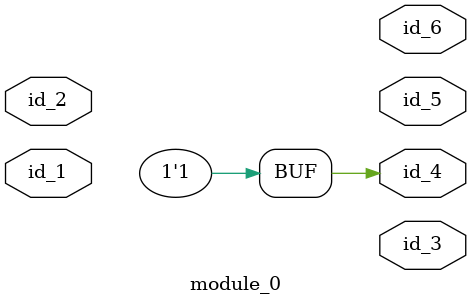
<source format=v>
module module_0 (
    id_1,
    id_2,
    id_3,
    id_4,
    id_5,
    id_6
);
  output id_6;
  output id_5;
  output id_4;
  output id_3;
  input id_2;
  input id_1;
  initial begin
    id_4 <= 1;
  end
endmodule

</source>
